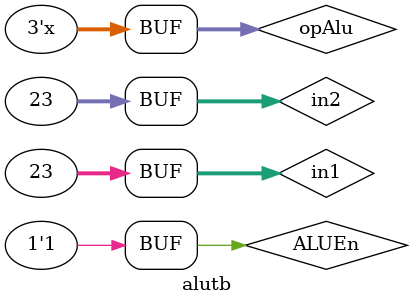
<source format=v>
`timescale 1ns / 1ps

module alutb();
    reg [2:0] opAlu;
    reg [31:0] in2, in1;
    reg ALUEn;
    wire [31:0] result;
    
alu alutest (
        .ALUEn(ALUEn),
        .opAlu(opAlu),
        .IN1(in1),
        .IN2(in2),
        .Z(Z),
        .N(N),
        .C(C),
        .V(V),
        .result(result)
    ); 
    
initial begin
    ALUEn = 1;
    opAlu = 3'd1;
    in1 = 32'd2;
    in2 = 32'd23;
    #300
    in1 = 32'd23;
end

always #15 opAlu = opAlu + 1'b1;
  
endmodule

</source>
